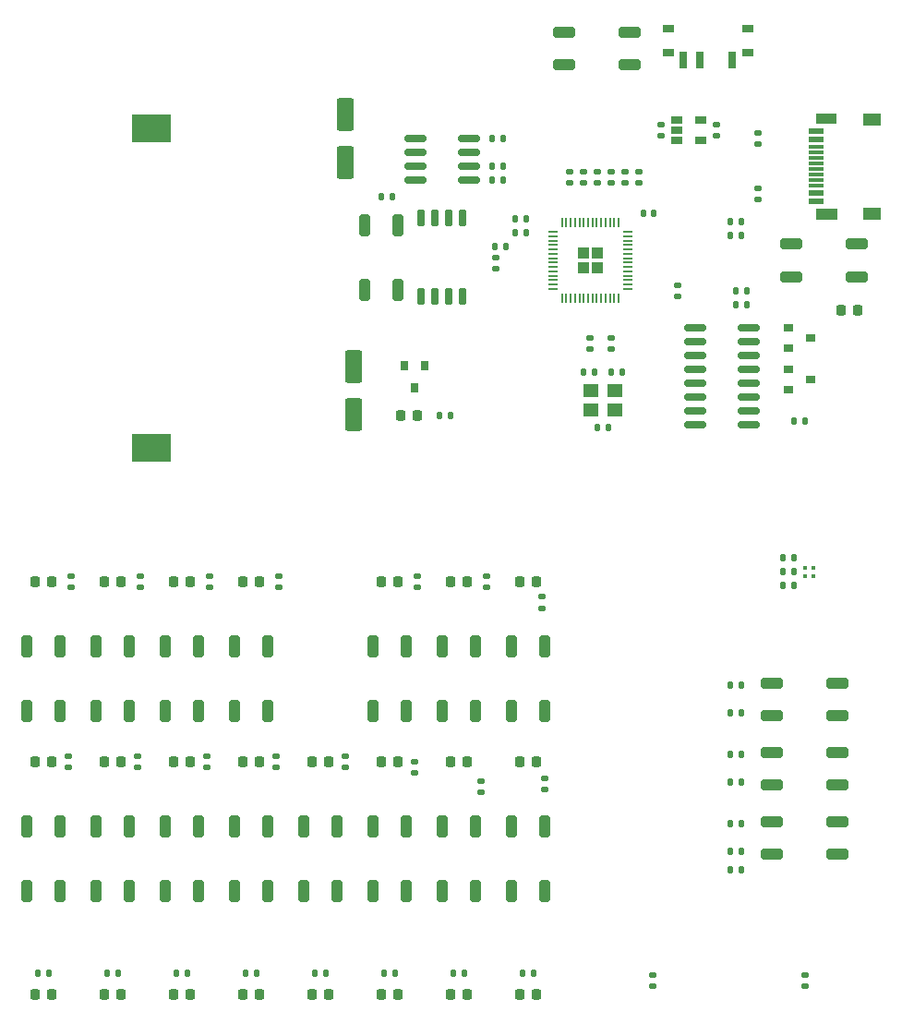
<source format=gbr>
%TF.GenerationSoftware,KiCad,Pcbnew,6.0.9-8da3e8f707~116~ubuntu22.04.1*%
%TF.CreationDate,2022-12-01T21:45:53+01:00*%
%TF.ProjectId,anesidoraMk1,616e6573-6964-46f7-9261-4d6b312e6b69,rev?*%
%TF.SameCoordinates,PX5ddd8a8PY82ce540*%
%TF.FileFunction,Paste,Top*%
%TF.FilePolarity,Positive*%
%FSLAX46Y46*%
G04 Gerber Fmt 4.6, Leading zero omitted, Abs format (unit mm)*
G04 Created by KiCad (PCBNEW 6.0.9-8da3e8f707~116~ubuntu22.04.1) date 2022-12-01 21:45:53*
%MOMM*%
%LPD*%
G01*
G04 APERTURE LIST*
G04 Aperture macros list*
%AMRoundRect*
0 Rectangle with rounded corners*
0 $1 Rounding radius*
0 $2 $3 $4 $5 $6 $7 $8 $9 X,Y pos of 4 corners*
0 Add a 4 corners polygon primitive as box body*
4,1,4,$2,$3,$4,$5,$6,$7,$8,$9,$2,$3,0*
0 Add four circle primitives for the rounded corners*
1,1,$1+$1,$2,$3*
1,1,$1+$1,$4,$5*
1,1,$1+$1,$6,$7*
1,1,$1+$1,$8,$9*
0 Add four rect primitives between the rounded corners*
20,1,$1+$1,$2,$3,$4,$5,0*
20,1,$1+$1,$4,$5,$6,$7,0*
20,1,$1+$1,$6,$7,$8,$9,0*
20,1,$1+$1,$8,$9,$2,$3,0*%
G04 Aperture macros list end*
%ADD10C,0.100000*%
%ADD11RoundRect,0.250000X0.550000X-1.250000X0.550000X1.250000X-0.550000X1.250000X-0.550000X-1.250000X0*%
%ADD12RoundRect,0.140000X-0.140000X-0.170000X0.140000X-0.170000X0.140000X0.170000X-0.140000X0.170000X0*%
%ADD13RoundRect,0.218750X-0.218750X-0.256250X0.218750X-0.256250X0.218750X0.256250X-0.218750X0.256250X0*%
%ADD14R,0.800000X0.900000*%
%ADD15R,0.900000X0.800000*%
%ADD16RoundRect,0.135000X-0.135000X-0.185000X0.135000X-0.185000X0.135000X0.185000X-0.135000X0.185000X0*%
%ADD17RoundRect,0.135000X0.185000X-0.135000X0.185000X0.135000X-0.185000X0.135000X-0.185000X-0.135000X0*%
%ADD18R,1.000000X0.800000*%
%ADD19R,0.700000X1.500000*%
%ADD20RoundRect,0.250000X0.750000X0.250000X-0.750000X0.250000X-0.750000X-0.250000X0.750000X-0.250000X0*%
%ADD21RoundRect,0.250000X0.250000X-0.750000X0.250000X0.750000X-0.250000X0.750000X-0.250000X-0.750000X0*%
%ADD22R,1.450000X0.600000*%
%ADD23R,1.450000X0.300000*%
%ADD24R,3.600000X2.600000*%
%ADD25RoundRect,0.250000X-0.750000X-0.250000X0.750000X-0.250000X0.750000X0.250000X-0.750000X0.250000X0*%
%ADD26R,1.060000X0.650000*%
%ADD27RoundRect,0.140000X0.170000X-0.140000X0.170000X0.140000X-0.170000X0.140000X-0.170000X-0.140000X0*%
%ADD28RoundRect,0.135000X0.135000X0.185000X-0.135000X0.185000X-0.135000X-0.185000X0.135000X-0.185000X0*%
%ADD29RoundRect,0.250000X-0.550000X1.250000X-0.550000X-1.250000X0.550000X-1.250000X0.550000X1.250000X0*%
%ADD30RoundRect,0.140000X0.140000X0.170000X-0.140000X0.170000X-0.140000X-0.170000X0.140000X-0.170000X0*%
%ADD31R,0.450000X0.450000*%
%ADD32RoundRect,0.250000X-0.250000X0.750000X-0.250000X-0.750000X0.250000X-0.750000X0.250000X0.750000X0*%
%ADD33RoundRect,0.150000X0.150000X-0.650000X0.150000X0.650000X-0.150000X0.650000X-0.150000X-0.650000X0*%
%ADD34RoundRect,0.250000X-0.292217X-0.292217X0.292217X-0.292217X0.292217X0.292217X-0.292217X0.292217X0*%
%ADD35RoundRect,0.050000X-0.387500X-0.050000X0.387500X-0.050000X0.387500X0.050000X-0.387500X0.050000X0*%
%ADD36RoundRect,0.050000X-0.050000X-0.387500X0.050000X-0.387500X0.050000X0.387500X-0.050000X0.387500X0*%
%ADD37R,1.400000X1.200000*%
%ADD38RoundRect,0.140000X-0.170000X0.140000X-0.170000X-0.140000X0.170000X-0.140000X0.170000X0.140000X0*%
%ADD39RoundRect,0.150000X-0.825000X-0.150000X0.825000X-0.150000X0.825000X0.150000X-0.825000X0.150000X0*%
%ADD40RoundRect,0.218750X0.218750X0.256250X-0.218750X0.256250X-0.218750X-0.256250X0.218750X-0.256250X0*%
G04 APERTURE END LIST*
D10*
G36*
X84963000Y78994000D02*
G01*
X83439000Y78994000D01*
X83439000Y80010000D01*
X84963000Y80010000D01*
X84963000Y78994000D01*
G37*
X84963000Y78994000D02*
X83439000Y78994000D01*
X83439000Y80010000D01*
X84963000Y80010000D01*
X84963000Y78994000D01*
G36*
X81026000Y78994000D02*
G01*
X79121000Y78994000D01*
X79121000Y79883000D01*
X81026000Y79883000D01*
X81026000Y78994000D01*
G37*
X81026000Y78994000D02*
X79121000Y78994000D01*
X79121000Y79883000D01*
X81026000Y79883000D01*
X81026000Y78994000D01*
G36*
X80899000Y87757000D02*
G01*
X79121000Y87757000D01*
X79121000Y88646000D01*
X80899000Y88646000D01*
X80899000Y87757000D01*
G37*
X80899000Y87757000D02*
X79121000Y87757000D01*
X79121000Y88646000D01*
X80899000Y88646000D01*
X80899000Y87757000D01*
G36*
X84963000Y87630000D02*
G01*
X83439000Y87630000D01*
X83439000Y88646000D01*
X84963000Y88646000D01*
X84963000Y87630000D01*
G37*
X84963000Y87630000D02*
X83439000Y87630000D01*
X83439000Y88646000D01*
X84963000Y88646000D01*
X84963000Y87630000D01*
D11*
%TO.C,C16*%
X36703000Y61046000D03*
X36703000Y65446000D03*
%TD*%
D12*
%TO.C,C21*%
X71275000Y23495000D03*
X72235000Y23495000D03*
%TD*%
%TO.C,C22*%
X71275000Y29845000D03*
X72235000Y29845000D03*
%TD*%
%TO.C,C24*%
X71275000Y19304000D03*
X72235000Y19304000D03*
%TD*%
D13*
%TO.C,D2*%
X7467500Y29210000D03*
X9042500Y29210000D03*
%TD*%
%TO.C,D3*%
X13817500Y29210000D03*
X15392500Y29210000D03*
%TD*%
%TO.C,D4*%
X20167500Y29210000D03*
X21742500Y29210000D03*
%TD*%
%TO.C,D5*%
X26517500Y29210000D03*
X28092500Y29210000D03*
%TD*%
%TO.C,D6*%
X32867500Y29210000D03*
X34442500Y29210000D03*
%TD*%
%TO.C,D7*%
X39217500Y29210000D03*
X40792500Y29210000D03*
%TD*%
%TO.C,D8*%
X45567500Y29210000D03*
X47142500Y29210000D03*
%TD*%
%TO.C,D17*%
X7467500Y45720000D03*
X9042500Y45720000D03*
%TD*%
%TO.C,D18*%
X13817500Y45720000D03*
X15392500Y45720000D03*
%TD*%
%TO.C,D19*%
X20167500Y45720000D03*
X21742500Y45720000D03*
%TD*%
%TO.C,D20*%
X26517500Y45720000D03*
X28092500Y45720000D03*
%TD*%
%TO.C,D21*%
X39217500Y45720000D03*
X40792500Y45720000D03*
%TD*%
%TO.C,D22*%
X45567500Y45720000D03*
X47142500Y45720000D03*
%TD*%
D14*
%TO.C,Q1*%
X43241000Y65516000D03*
X41341000Y65516000D03*
X42291000Y63516000D03*
%TD*%
D15*
%TO.C,Q2*%
X76597000Y65212000D03*
X76597000Y63312000D03*
X78597000Y64262000D03*
%TD*%
D16*
%TO.C,R7*%
X44575000Y60960000D03*
X45595000Y60960000D03*
%TD*%
D17*
%TO.C,R15*%
X10541000Y28700000D03*
X10541000Y29720000D03*
%TD*%
%TO.C,R16*%
X16891000Y28700000D03*
X16891000Y29720000D03*
%TD*%
%TO.C,R17*%
X23241000Y28700000D03*
X23241000Y29720000D03*
%TD*%
%TO.C,R18*%
X29591000Y28700000D03*
X29591000Y29720000D03*
%TD*%
%TO.C,R19*%
X35941000Y28700000D03*
X35941000Y29720000D03*
%TD*%
%TO.C,R20*%
X42291000Y28192000D03*
X42291000Y29212000D03*
%TD*%
%TO.C,R21*%
X48387000Y26414000D03*
X48387000Y27434000D03*
%TD*%
D16*
%TO.C,R29*%
X71245000Y27305000D03*
X72265000Y27305000D03*
%TD*%
D17*
%TO.C,R31*%
X10795000Y45210000D03*
X10795000Y46230000D03*
%TD*%
%TO.C,R32*%
X17145000Y45210000D03*
X17145000Y46230000D03*
%TD*%
%TO.C,R33*%
X23495000Y45210000D03*
X23495000Y46230000D03*
%TD*%
%TO.C,R34*%
X29845000Y45210000D03*
X29845000Y46230000D03*
%TD*%
%TO.C,R35*%
X42545000Y45210000D03*
X42545000Y46230000D03*
%TD*%
%TO.C,R36*%
X48895000Y45210000D03*
X48895000Y46230000D03*
%TD*%
D16*
%TO.C,R38*%
X77087000Y60452000D03*
X78107000Y60452000D03*
%TD*%
D18*
%TO.C,SW1*%
X65565000Y94216000D03*
X72865000Y94216000D03*
X72865000Y96426000D03*
X65565000Y96426000D03*
D19*
X71465000Y93566000D03*
X68465000Y93566000D03*
X66965000Y93566000D03*
%TD*%
D20*
%TO.C,SW3*%
X62055000Y93115000D03*
X56055000Y93115000D03*
X56055000Y96115000D03*
X62055000Y96115000D03*
%TD*%
D21*
%TO.C,SW5*%
X6755000Y17320000D03*
X6755000Y23320000D03*
X9755000Y17320000D03*
X9755000Y23320000D03*
%TD*%
%TO.C,SW7*%
X19455000Y17320000D03*
X19455000Y23320000D03*
X22455000Y23320000D03*
X22455000Y17320000D03*
%TD*%
%TO.C,SW8*%
X25805000Y17320000D03*
X25805000Y23320000D03*
X28805000Y23320000D03*
X28805000Y17320000D03*
%TD*%
%TO.C,SW9*%
X32155000Y17320000D03*
X32155000Y23320000D03*
X35155000Y23320000D03*
X35155000Y17320000D03*
%TD*%
%TO.C,SW10*%
X38505000Y23320000D03*
X38505000Y17320000D03*
X41505000Y17320000D03*
X41505000Y23320000D03*
%TD*%
%TO.C,SW11*%
X44855000Y23320000D03*
X44855000Y17320000D03*
X47855000Y17320000D03*
X47855000Y23320000D03*
%TD*%
%TO.C,SW15*%
X6755000Y33830000D03*
X6755000Y39830000D03*
X9755000Y33830000D03*
X9755000Y39830000D03*
%TD*%
%TO.C,SW16*%
X13105000Y33830000D03*
X13105000Y39830000D03*
X16105000Y33830000D03*
X16105000Y39830000D03*
%TD*%
%TO.C,SW17*%
X19455000Y33830000D03*
X19455000Y39830000D03*
X22455000Y39830000D03*
X22455000Y33830000D03*
%TD*%
%TO.C,SW18*%
X25805000Y33830000D03*
X25805000Y39830000D03*
X28805000Y33830000D03*
X28805000Y39830000D03*
%TD*%
%TO.C,SW19*%
X38505000Y33830000D03*
X38505000Y39830000D03*
X41505000Y39830000D03*
X41505000Y33830000D03*
%TD*%
%TO.C,SW20*%
X44855000Y33830000D03*
X44855000Y39830000D03*
X47855000Y33830000D03*
X47855000Y39830000D03*
%TD*%
D22*
%TO.C,J1*%
X79106000Y80568000D03*
X79106000Y81368000D03*
D23*
X79106000Y82568000D03*
X79106000Y83568000D03*
X79106000Y84068000D03*
X79106000Y85068000D03*
D22*
X79106000Y86268000D03*
X79106000Y87068000D03*
X79106000Y87068000D03*
X79106000Y86268000D03*
D23*
X79106000Y85568000D03*
X79106000Y84568000D03*
X79106000Y83068000D03*
X79106000Y82068000D03*
D22*
X79106000Y81368000D03*
X79106000Y80568000D03*
%TD*%
D24*
%TO.C,BT1*%
X18161000Y57994000D03*
X18161000Y87294000D03*
%TD*%
D16*
%TO.C,R23*%
X71245000Y20955000D03*
X72265000Y20955000D03*
%TD*%
%TO.C,R43*%
X71753000Y72390000D03*
X72773000Y72390000D03*
%TD*%
%TO.C,R42*%
X71753000Y71120000D03*
X72773000Y71120000D03*
%TD*%
D21*
%TO.C,SW21*%
X51205000Y39830000D03*
X51205000Y33830000D03*
X54205000Y39830000D03*
X54205000Y33830000D03*
%TD*%
%TO.C,SW12*%
X51205000Y23320000D03*
X51205000Y17320000D03*
X54205000Y23320000D03*
X54205000Y17320000D03*
%TD*%
D17*
%TO.C,R37*%
X53975000Y43305000D03*
X53975000Y44325000D03*
%TD*%
D13*
%TO.C,D23*%
X51917500Y45720000D03*
X53492500Y45720000D03*
%TD*%
%TO.C,D9*%
X51917500Y29210000D03*
X53492500Y29210000D03*
%TD*%
D21*
%TO.C,SW6*%
X13105000Y23320000D03*
X13105000Y17320000D03*
X16105000Y17320000D03*
X16105000Y23320000D03*
%TD*%
D25*
%TO.C,SW13*%
X81105000Y23725000D03*
X75105000Y23725000D03*
X81105000Y20725000D03*
X75105000Y20725000D03*
%TD*%
%TO.C,SW22*%
X81105000Y36425000D03*
X75105000Y36425000D03*
X75105000Y33425000D03*
X81105000Y33425000D03*
%TD*%
D16*
%TO.C,R41*%
X71245000Y33655000D03*
X72265000Y33655000D03*
%TD*%
D12*
%TO.C,C23*%
X71275000Y36195000D03*
X72235000Y36195000D03*
%TD*%
D25*
%TO.C,SW14*%
X75105000Y30075000D03*
X81105000Y30075000D03*
X81105000Y27075000D03*
X75105000Y27075000D03*
%TD*%
D17*
%TO.C,R2*%
X73787000Y80770000D03*
X73787000Y81790000D03*
%TD*%
%TO.C,R3*%
X73787000Y85850000D03*
X73787000Y86870000D03*
%TD*%
%TO.C,R45*%
X78105000Y8634000D03*
X78105000Y9654000D03*
%TD*%
%TO.C,R44*%
X64135000Y8634000D03*
X64135000Y9654000D03*
%TD*%
D26*
%TO.C,U1*%
X66337000Y88072000D03*
X66337000Y87122000D03*
X66337000Y86172000D03*
X68537000Y86172000D03*
X68537000Y88072000D03*
%TD*%
D27*
%TO.C,C12*%
X64897000Y86642000D03*
X64897000Y87602000D03*
%TD*%
D16*
%TO.C,R1*%
X71245000Y78740000D03*
X72265000Y78740000D03*
%TD*%
D28*
%TO.C,R12*%
X77091000Y47879000D03*
X76071000Y47879000D03*
%TD*%
%TO.C,R13*%
X77091000Y45339000D03*
X76071000Y45339000D03*
%TD*%
%TO.C,R14*%
X77091000Y46609000D03*
X76071000Y46609000D03*
%TD*%
D20*
%TO.C,SW2*%
X82883000Y73684000D03*
X76883000Y73684000D03*
X82883000Y76684000D03*
X76883000Y76684000D03*
%TD*%
D29*
%TO.C,C25*%
X35941000Y88560000D03*
X35941000Y84160000D03*
%TD*%
D30*
%TO.C,C14*%
X72235000Y77470000D03*
X71275000Y77470000D03*
%TD*%
%TO.C,C15*%
X40231000Y81026000D03*
X39271000Y81026000D03*
%TD*%
D31*
%TO.C,D1*%
X78101000Y46994000D03*
X78871000Y46994000D03*
X78871000Y46224000D03*
X78101000Y46224000D03*
%TD*%
D15*
%TO.C,Q3*%
X76597000Y69022000D03*
X76597000Y67122000D03*
X78597000Y68072000D03*
%TD*%
D32*
%TO.C,SW4*%
X40743000Y72438000D03*
X40743000Y78438000D03*
X37743000Y78438000D03*
X37743000Y72438000D03*
%TD*%
D16*
%TO.C,R4*%
X51560000Y77724000D03*
X52580000Y77724000D03*
%TD*%
D17*
%TO.C,R5*%
X60325000Y82294000D03*
X60325000Y83314000D03*
%TD*%
%TO.C,R6*%
X59055000Y82294000D03*
X59055000Y83314000D03*
%TD*%
D16*
%TO.C,R8*%
X51560000Y78994000D03*
X52580000Y78994000D03*
%TD*%
%TO.C,R9*%
X57783000Y64897000D03*
X58803000Y64897000D03*
%TD*%
D33*
%TO.C,U2*%
X42926000Y71838000D03*
X44196000Y71838000D03*
X45466000Y71838000D03*
X46736000Y71838000D03*
X46736000Y79038000D03*
X45466000Y79038000D03*
X44196000Y79038000D03*
X42926000Y79038000D03*
%TD*%
D34*
%TO.C,U3*%
X57782500Y74546500D03*
X59057500Y74546500D03*
X57782500Y75821500D03*
X59057500Y75821500D03*
D35*
X54982500Y77784000D03*
X54982500Y77384000D03*
X54982500Y76984000D03*
X54982500Y76584000D03*
X54982500Y76184000D03*
X54982500Y75784000D03*
X54982500Y75384000D03*
X54982500Y74984000D03*
X54982500Y74584000D03*
X54982500Y74184000D03*
X54982500Y73784000D03*
X54982500Y73384000D03*
X54982500Y72984000D03*
X54982500Y72584000D03*
D36*
X55820000Y71746500D03*
X56220000Y71746500D03*
X56620000Y71746500D03*
X57020000Y71746500D03*
X57420000Y71746500D03*
X57820000Y71746500D03*
X58220000Y71746500D03*
X58620000Y71746500D03*
X59020000Y71746500D03*
X59420000Y71746500D03*
X59820000Y71746500D03*
X60220000Y71746500D03*
X60620000Y71746500D03*
X61020000Y71746500D03*
D35*
X61857500Y72584000D03*
X61857500Y72984000D03*
X61857500Y73384000D03*
X61857500Y73784000D03*
X61857500Y74184000D03*
X61857500Y74584000D03*
X61857500Y74984000D03*
X61857500Y75384000D03*
X61857500Y75784000D03*
X61857500Y76184000D03*
X61857500Y76584000D03*
X61857500Y76984000D03*
X61857500Y77384000D03*
X61857500Y77784000D03*
D36*
X61020000Y78621500D03*
X60620000Y78621500D03*
X60220000Y78621500D03*
X59820000Y78621500D03*
X59420000Y78621500D03*
X59020000Y78621500D03*
X58620000Y78621500D03*
X58220000Y78621500D03*
X57820000Y78621500D03*
X57420000Y78621500D03*
X57020000Y78621500D03*
X56620000Y78621500D03*
X56220000Y78621500D03*
X55820000Y78621500D03*
%TD*%
D37*
%TO.C,Y1*%
X58463000Y61507000D03*
X60663000Y61507000D03*
X60663000Y63207000D03*
X58463000Y63207000D03*
%TD*%
D27*
%TO.C,C1*%
X57785000Y82324000D03*
X57785000Y83284000D03*
%TD*%
%TO.C,C2*%
X56515000Y82324000D03*
X56515000Y83284000D03*
%TD*%
D12*
%TO.C,C3*%
X63274000Y79502000D03*
X64234000Y79502000D03*
%TD*%
D38*
%TO.C,C4*%
X61595000Y83284000D03*
X61595000Y82324000D03*
%TD*%
%TO.C,C5*%
X62865000Y83284000D03*
X62865000Y82324000D03*
%TD*%
D27*
%TO.C,C7*%
X60325000Y67084000D03*
X60325000Y68044000D03*
%TD*%
%TO.C,C8*%
X66421000Y71910000D03*
X66421000Y72870000D03*
%TD*%
%TO.C,C9*%
X58420000Y67084000D03*
X58420000Y68044000D03*
%TD*%
D38*
%TO.C,C10*%
X49784000Y75410000D03*
X49784000Y74450000D03*
%TD*%
D12*
%TO.C,C11*%
X49685000Y76454000D03*
X50645000Y76454000D03*
%TD*%
%TO.C,C17*%
X59083000Y59817000D03*
X60043000Y59817000D03*
%TD*%
D30*
%TO.C,C18*%
X61313000Y64897000D03*
X60353000Y64897000D03*
%TD*%
D38*
%TO.C,C13*%
X69977000Y87602000D03*
X69977000Y86642000D03*
%TD*%
D39*
%TO.C,U5*%
X68010000Y68961000D03*
X68010000Y67691000D03*
X68010000Y66421000D03*
X68010000Y65151000D03*
X68010000Y63881000D03*
X68010000Y62611000D03*
X68010000Y61341000D03*
X68010000Y60071000D03*
X72960000Y60071000D03*
X72960000Y61341000D03*
X72960000Y62611000D03*
X72960000Y63881000D03*
X72960000Y65151000D03*
X72960000Y66421000D03*
X72960000Y67691000D03*
X72960000Y68961000D03*
%TD*%
%TO.C,U4*%
X42356000Y86360000D03*
X42356000Y85090000D03*
X42356000Y83820000D03*
X42356000Y82550000D03*
X47306000Y82550000D03*
X47306000Y83820000D03*
X47306000Y85090000D03*
X47306000Y86360000D03*
%TD*%
D16*
%TO.C,R10*%
X49401000Y82550000D03*
X50421000Y82550000D03*
%TD*%
%TO.C,R11*%
X49401000Y83820000D03*
X50421000Y83820000D03*
%TD*%
D12*
%TO.C,C20*%
X49431000Y86360000D03*
X50391000Y86360000D03*
%TD*%
D40*
%TO.C,D25*%
X82956500Y70612000D03*
X81381500Y70612000D03*
%TD*%
%TO.C,D26*%
X42570500Y60960000D03*
X40995500Y60960000D03*
%TD*%
D16*
%TO.C,R24*%
X52195000Y9779000D03*
X53215000Y9779000D03*
%TD*%
%TO.C,R25*%
X45845000Y9779000D03*
X46865000Y9779000D03*
%TD*%
%TO.C,R26*%
X39495000Y9779000D03*
X40515000Y9779000D03*
%TD*%
%TO.C,R27*%
X33145000Y9779000D03*
X34165000Y9779000D03*
%TD*%
%TO.C,R28*%
X26795000Y9779000D03*
X27815000Y9779000D03*
%TD*%
%TO.C,R30*%
X20445000Y9779000D03*
X21465000Y9779000D03*
%TD*%
%TO.C,R39*%
X14095000Y9779000D03*
X15115000Y9779000D03*
%TD*%
%TO.C,R40*%
X7745000Y9779000D03*
X8765000Y9779000D03*
%TD*%
D13*
%TO.C,D10*%
X51917500Y7874000D03*
X53492500Y7874000D03*
%TD*%
%TO.C,D11*%
X45567500Y7874000D03*
X47142500Y7874000D03*
%TD*%
%TO.C,D12*%
X39217500Y7874000D03*
X40792500Y7874000D03*
%TD*%
%TO.C,D13*%
X32867500Y7874000D03*
X34442500Y7874000D03*
%TD*%
%TO.C,D14*%
X26517500Y7874000D03*
X28092500Y7874000D03*
%TD*%
%TO.C,D15*%
X20167500Y7874000D03*
X21742500Y7874000D03*
%TD*%
%TO.C,D16*%
X13817500Y7874000D03*
X15392500Y7874000D03*
%TD*%
%TO.C,D24*%
X7467500Y7874000D03*
X9042500Y7874000D03*
%TD*%
D17*
%TO.C,R22*%
X54229000Y26668000D03*
X54229000Y27688000D03*
%TD*%
M02*

</source>
